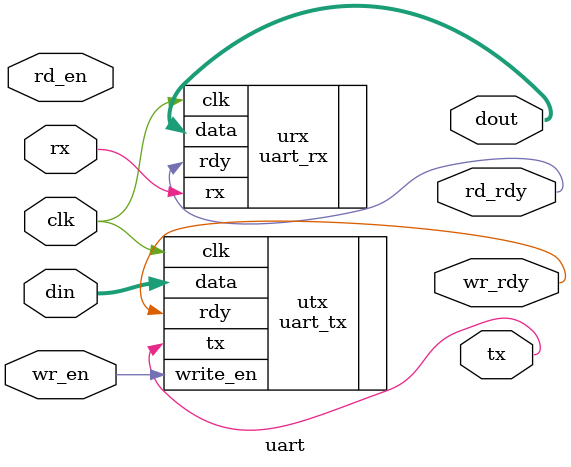
<source format=v>


module uart(
    input[7:0]  din,
    input       clk,
    input       wr_en,
    input       rd_en,
    input       rx,
    output      tx,
    output      rd_rdy,
    output      wr_rdy,
    output[7:0] dout
);

uart_rx urx(
    .rx(rx),
    .clk(clk),
    .rdy(rd_rdy),
    .data(dout)
);

uart_tx utx(
    .data(din),
    .clk(clk),
    .write_en(wr_en),
    .rdy(wr_rdy),
    .tx(tx)
);

endmodule
</source>
